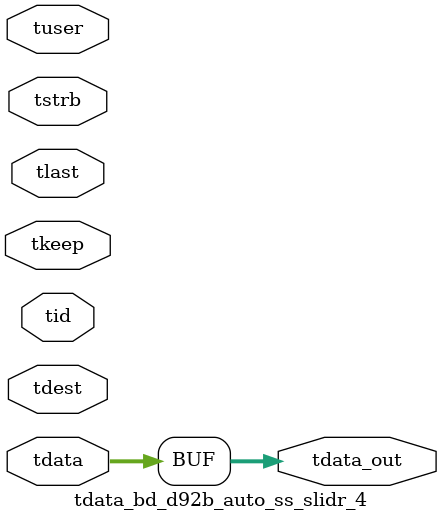
<source format=v>


`timescale 1ps/1ps

module tdata_bd_d92b_auto_ss_slidr_4 #
(
parameter C_S_AXIS_TDATA_WIDTH = 32,
parameter C_S_AXIS_TUSER_WIDTH = 0,
parameter C_S_AXIS_TID_WIDTH   = 0,
parameter C_S_AXIS_TDEST_WIDTH = 0,
parameter C_M_AXIS_TDATA_WIDTH = 32
)
(
input  [(C_S_AXIS_TDATA_WIDTH == 0 ? 1 : C_S_AXIS_TDATA_WIDTH)-1:0     ] tdata,
input  [(C_S_AXIS_TUSER_WIDTH == 0 ? 1 : C_S_AXIS_TUSER_WIDTH)-1:0     ] tuser,
input  [(C_S_AXIS_TID_WIDTH   == 0 ? 1 : C_S_AXIS_TID_WIDTH)-1:0       ] tid,
input  [(C_S_AXIS_TDEST_WIDTH == 0 ? 1 : C_S_AXIS_TDEST_WIDTH)-1:0     ] tdest,
input  [(C_S_AXIS_TDATA_WIDTH/8)-1:0 ] tkeep,
input  [(C_S_AXIS_TDATA_WIDTH/8)-1:0 ] tstrb,
input                                                                    tlast,
output [C_M_AXIS_TDATA_WIDTH-1:0] tdata_out
);

assign tdata_out = {tdata[63:0]};

endmodule


</source>
